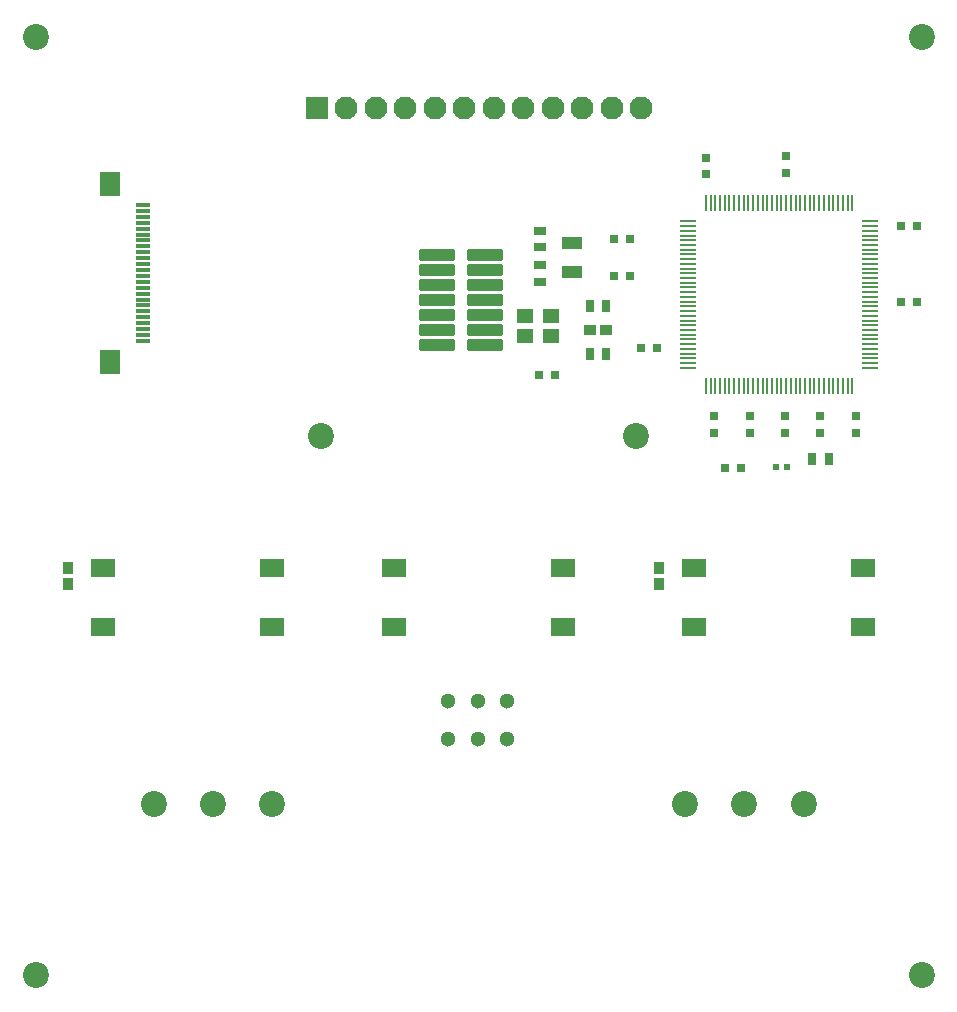
<source format=gbr>
%TF.GenerationSoftware,KiCad,Pcbnew,9.0.6*%
%TF.CreationDate,2025-12-08T21:47:26-05:00*%
%TF.ProjectId,electrical,656c6563-7472-4696-9361-6c2e6b696361,rev?*%
%TF.SameCoordinates,Original*%
%TF.FileFunction,Soldermask,Top*%
%TF.FilePolarity,Negative*%
%FSLAX46Y46*%
G04 Gerber Fmt 4.6, Leading zero omitted, Abs format (unit mm)*
G04 Created by KiCad (PCBNEW 9.0.6) date 2025-12-08 21:47:26*
%MOMM*%
%LPD*%
G01*
G04 APERTURE LIST*
G04 Aperture macros list*
%AMRoundRect*
0 Rectangle with rounded corners*
0 $1 Rounding radius*
0 $2 $3 $4 $5 $6 $7 $8 $9 X,Y pos of 4 corners*
0 Add a 4 corners polygon primitive as box body*
4,1,4,$2,$3,$4,$5,$6,$7,$8,$9,$2,$3,0*
0 Add four circle primitives for the rounded corners*
1,1,$1+$1,$2,$3*
1,1,$1+$1,$4,$5*
1,1,$1+$1,$6,$7*
1,1,$1+$1,$8,$9*
0 Add four rect primitives between the rounded corners*
20,1,$1+$1,$2,$3,$4,$5,0*
20,1,$1+$1,$4,$5,$6,$7,0*
20,1,$1+$1,$6,$7,$8,$9,0*
20,1,$1+$1,$8,$9,$2,$3,0*%
G04 Aperture macros list end*
%ADD10C,2.200000*%
%ADD11R,1.400000X1.200000*%
%ADD12R,0.700000X0.700000*%
%ADD13R,2.000000X1.500000*%
%ADD14R,0.780000X0.990000*%
%ADD15R,1.300000X0.300000*%
%ADD16R,1.800000X2.000000*%
%ADD17R,1.100000X0.950000*%
%ADD18R,1.475000X0.200000*%
%ADD19R,0.200000X1.475000*%
%ADD20R,0.950000X1.100000*%
%ADD21R,1.800000X1.000000*%
%ADD22RoundRect,0.102000X-1.395000X0.370000X-1.395000X-0.370000X1.395000X-0.370000X1.395000X0.370000X0*%
%ADD23R,0.990000X0.780000*%
%ADD24R,0.550000X0.600000*%
%ADD25C,1.300000*%
%ADD26R,1.950000X1.950000*%
%ADD27C,1.950000*%
G04 APERTURE END LIST*
D10*
%TO.C,H5*%
X171930000Y-93830000D03*
%TD*%
D11*
%TO.C,Y3*%
X164715000Y-83630000D03*
X162515000Y-83630000D03*
X162515000Y-85330000D03*
X164715000Y-85330000D03*
%TD*%
D10*
%TO.C,RV1*%
X141100000Y-125000000D03*
X136100000Y-125000000D03*
X131100000Y-125000000D03*
%TD*%
D12*
%TO.C,C6*%
X172330000Y-86330000D03*
X173730000Y-86330000D03*
%TD*%
%TO.C,C18*%
X190530000Y-93530000D03*
X190530000Y-92130000D03*
%TD*%
D13*
%TO.C,S4*%
X165750000Y-110000000D03*
X151450000Y-110000000D03*
X165750000Y-105000000D03*
X151450000Y-105000000D03*
%TD*%
%TO.C,S3*%
X176800000Y-105000000D03*
X191100000Y-105000000D03*
X176800000Y-110000000D03*
X191100000Y-110000000D03*
%TD*%
D10*
%TO.C,H3*%
X196100000Y-139430000D03*
%TD*%
D12*
%TO.C,C20*%
X181530000Y-93530000D03*
X181530000Y-92130000D03*
%TD*%
%TO.C,C11*%
X178530000Y-93530000D03*
X178530000Y-92130000D03*
%TD*%
%TO.C,C17*%
X195730000Y-82430000D03*
X194330000Y-82430000D03*
%TD*%
%TO.C,C15*%
X177830000Y-70230000D03*
X177830000Y-71630000D03*
%TD*%
D14*
%TO.C,C32*%
X168015000Y-82830000D03*
X169415000Y-82830000D03*
%TD*%
D10*
%TO.C,RV2*%
X186100000Y-125000000D03*
X181100000Y-125000000D03*
X176100000Y-125000000D03*
%TD*%
D12*
%TO.C,C14*%
X184630000Y-70130000D03*
X184630000Y-71530000D03*
%TD*%
D15*
%TO.C,J2*%
X130175000Y-74250000D03*
X130175000Y-74750000D03*
X130175000Y-75250000D03*
X130175000Y-75750000D03*
X130175000Y-76250000D03*
X130175000Y-76750000D03*
X130175000Y-77250000D03*
X130175000Y-77750000D03*
X130175000Y-78250000D03*
X130175000Y-78750000D03*
X130175000Y-79250000D03*
X130175000Y-79750000D03*
X130175000Y-80250000D03*
X130175000Y-80750000D03*
X130175000Y-81250000D03*
X130175000Y-81750000D03*
X130175000Y-82250000D03*
X130175000Y-82750000D03*
X130175000Y-83250000D03*
X130175000Y-83750000D03*
X130175000Y-84250000D03*
X130175000Y-84750000D03*
X130175000Y-85250000D03*
X130175000Y-85750000D03*
D16*
X127425000Y-72450000D03*
X127425000Y-87550000D03*
%TD*%
D12*
%TO.C,C13*%
X187530000Y-93530000D03*
X187530000Y-92130000D03*
%TD*%
D17*
%TO.C,R10*%
X168065000Y-84830000D03*
X169365000Y-84830000D03*
%TD*%
D13*
%TO.C,S2*%
X126800000Y-105000000D03*
X141100000Y-105000000D03*
X126800000Y-110000000D03*
X141100000Y-110000000D03*
%TD*%
D10*
%TO.C,H2*%
X196100000Y-60000000D03*
%TD*%
D18*
%TO.C,IC1*%
X176292000Y-75630000D03*
X176292000Y-76030000D03*
X176292000Y-76430000D03*
X176292000Y-76830000D03*
X176292000Y-77230000D03*
X176292000Y-77630000D03*
X176292000Y-78030000D03*
X176292000Y-78430000D03*
X176292000Y-78830000D03*
X176292000Y-79230000D03*
X176292000Y-79630000D03*
X176292000Y-80030000D03*
X176292000Y-80430000D03*
X176292000Y-80830000D03*
X176292000Y-81230000D03*
X176292000Y-81630000D03*
X176292000Y-82030000D03*
X176292000Y-82430000D03*
X176292000Y-82830000D03*
X176292000Y-83230000D03*
X176292000Y-83630000D03*
X176292000Y-84030000D03*
X176292000Y-84430000D03*
X176292000Y-84830000D03*
X176292000Y-85230000D03*
X176292000Y-85630000D03*
X176292000Y-86030000D03*
X176292000Y-86430000D03*
X176292000Y-86830000D03*
X176292000Y-87230000D03*
X176292000Y-87630000D03*
X176292000Y-88030000D03*
D19*
X177830000Y-89568000D03*
X178230000Y-89568000D03*
X178630000Y-89568000D03*
X179030000Y-89568000D03*
X179430000Y-89568000D03*
X179830000Y-89568000D03*
X180230000Y-89568000D03*
X180630000Y-89568000D03*
X181030000Y-89568000D03*
X181430000Y-89568000D03*
X181830000Y-89568000D03*
X182230000Y-89568000D03*
X182630000Y-89568000D03*
X183030000Y-89568000D03*
X183430000Y-89568000D03*
X183830000Y-89568000D03*
X184230000Y-89568000D03*
X184630000Y-89568000D03*
X185030000Y-89568000D03*
X185430000Y-89568000D03*
X185830000Y-89568000D03*
X186230000Y-89568000D03*
X186630000Y-89568000D03*
X187030000Y-89568000D03*
X187430000Y-89568000D03*
X187830000Y-89568000D03*
X188230000Y-89568000D03*
X188630000Y-89568000D03*
X189030000Y-89568000D03*
X189430000Y-89568000D03*
X189830000Y-89568000D03*
X190230000Y-89568000D03*
D18*
X191768000Y-88030000D03*
X191768000Y-87630000D03*
X191768000Y-87230000D03*
X191768000Y-86830000D03*
X191768000Y-86430000D03*
X191768000Y-86030000D03*
X191768000Y-85630000D03*
X191768000Y-85230000D03*
X191768000Y-84830000D03*
X191768000Y-84430000D03*
X191768000Y-84030000D03*
X191768000Y-83630000D03*
X191768000Y-83230000D03*
X191768000Y-82830000D03*
X191768000Y-82430000D03*
X191768000Y-82030000D03*
X191768000Y-81630000D03*
X191768000Y-81230000D03*
X191768000Y-80830000D03*
X191768000Y-80430000D03*
X191768000Y-80030000D03*
X191768000Y-79630000D03*
X191768000Y-79230000D03*
X191768000Y-78830000D03*
X191768000Y-78430000D03*
X191768000Y-78030000D03*
X191768000Y-77630000D03*
X191768000Y-77230000D03*
X191768000Y-76830000D03*
X191768000Y-76430000D03*
X191768000Y-76030000D03*
X191768000Y-75630000D03*
D19*
X190230000Y-74092000D03*
X189830000Y-74092000D03*
X189430000Y-74092000D03*
X189030000Y-74092000D03*
X188630000Y-74092000D03*
X188230000Y-74092000D03*
X187830000Y-74092000D03*
X187430000Y-74092000D03*
X187030000Y-74092000D03*
X186630000Y-74092000D03*
X186230000Y-74092000D03*
X185830000Y-74092000D03*
X185430000Y-74092000D03*
X185030000Y-74092000D03*
X184630000Y-74092000D03*
X184230000Y-74092000D03*
X183830000Y-74092000D03*
X183430000Y-74092000D03*
X183030000Y-74092000D03*
X182630000Y-74092000D03*
X182230000Y-74092000D03*
X181830000Y-74092000D03*
X181430000Y-74092000D03*
X181030000Y-74092000D03*
X180630000Y-74092000D03*
X180230000Y-74092000D03*
X179830000Y-74092000D03*
X179430000Y-74092000D03*
X179030000Y-74092000D03*
X178630000Y-74092000D03*
X178230000Y-74092000D03*
X177830000Y-74092000D03*
%TD*%
D12*
%TO.C,C5*%
X163676250Y-88607000D03*
X165076250Y-88607000D03*
%TD*%
%TO.C,C2*%
X170030000Y-80230000D03*
X171430000Y-80230000D03*
%TD*%
D20*
%TO.C,R5*%
X123800000Y-106300000D03*
X123800000Y-105000000D03*
%TD*%
D12*
%TO.C,C16*%
X179430000Y-96530000D03*
X180830000Y-96530000D03*
%TD*%
%TO.C,C12*%
X184530000Y-93530000D03*
X184530000Y-92130000D03*
%TD*%
D14*
%TO.C,C4*%
X186830000Y-95730000D03*
X188230000Y-95730000D03*
%TD*%
D21*
%TO.C,Y1*%
X166530000Y-79930000D03*
X166530000Y-77430000D03*
%TD*%
D22*
%TO.C,J1*%
X155030000Y-78520000D03*
X159100000Y-78520000D03*
X155030000Y-79790000D03*
X159100000Y-79790000D03*
X155030000Y-81060000D03*
X159100000Y-81060000D03*
X155030000Y-82330000D03*
X159100000Y-82330000D03*
X155030000Y-83600000D03*
X159100000Y-83600000D03*
X155030000Y-84870000D03*
X159100000Y-84870000D03*
X155030000Y-86140000D03*
X159100000Y-86140000D03*
%TD*%
D23*
%TO.C,C22*%
X163830000Y-79330000D03*
X163830000Y-80730000D03*
%TD*%
D10*
%TO.C,H6*%
X145230000Y-93830000D03*
%TD*%
%TO.C,H1*%
X121100000Y-60000000D03*
%TD*%
D24*
%TO.C,FB1*%
X183730000Y-96430000D03*
X184680000Y-96430000D03*
%TD*%
D20*
%TO.C,R2*%
X173900000Y-106300000D03*
X173900000Y-105000000D03*
%TD*%
D12*
%TO.C,C10*%
X195730000Y-76030000D03*
X194330000Y-76030000D03*
%TD*%
D23*
%TO.C,C9*%
X163830000Y-77830000D03*
X163830000Y-76430000D03*
%TD*%
D12*
%TO.C,C21*%
X170030000Y-77130000D03*
X171430000Y-77130000D03*
%TD*%
D10*
%TO.C,H4*%
X121100000Y-139430000D03*
%TD*%
D14*
%TO.C,C33*%
X168015000Y-86830000D03*
X169415000Y-86830000D03*
%TD*%
D25*
%TO.C,S1*%
X161030000Y-119430000D03*
X158530000Y-119430000D03*
X156030000Y-119430000D03*
X161030000Y-116230000D03*
X158530000Y-116230000D03*
X156030000Y-116230000D03*
%TD*%
D26*
%TO.C,U1*%
X144870000Y-66030000D03*
D27*
X147370000Y-66030000D03*
X149870000Y-66030000D03*
X152370000Y-66030000D03*
X154870000Y-66030000D03*
X157370000Y-66030000D03*
X159870000Y-66030000D03*
X162370000Y-66030000D03*
X164870000Y-66030000D03*
X167370000Y-66030000D03*
X169870000Y-66030000D03*
X172370000Y-66030000D03*
%TD*%
M02*

</source>
